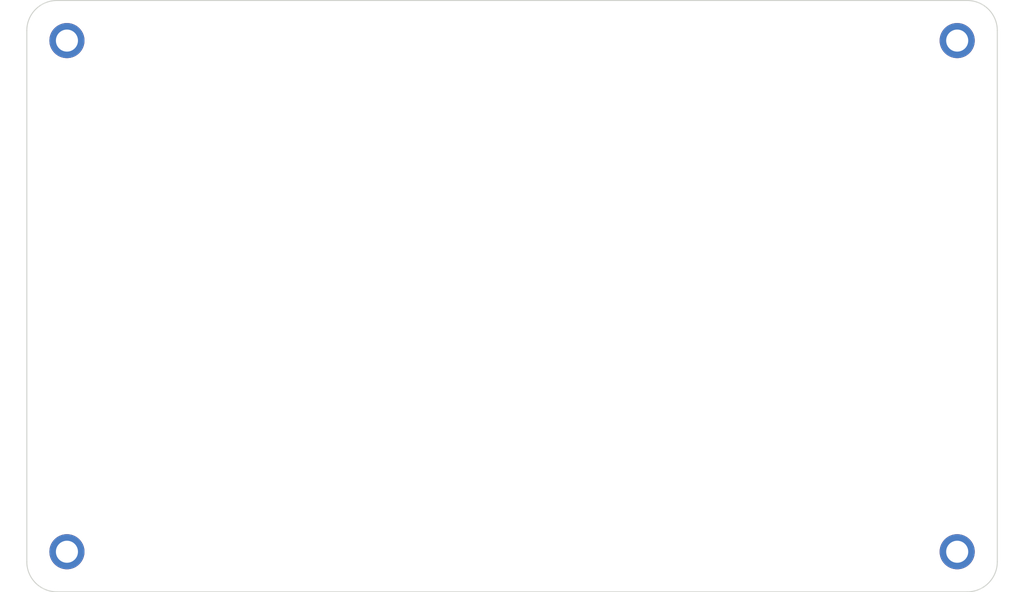
<source format=kicad_pcb>
(kicad_pcb (version 20211014) (generator pcbnew)
  (layers (0 "F.Cu" signal) (31 "B.Cu" signal) (34 "B.Paste" user) (35 "F.Paste" user) (36 "B.SilkS" user "B.Silkscreen") (37 "F.SilkS" user "F.Silkscreen") (38 "B.Mask" user) (39 "F.Mask" user) (44 "Edge.Cuts" user))
  (net 0 "")
  (footprint "MyFootprints:MountingHole_2.2mm_M2_ISO7380_Pad" (layer "F.Cu") (at 4 55)
    (fp_text reference "HS1")
    (fp_text value "MountingHoleSprt")
    (pad "" thru_hole circle (at 0 0) (size 3.5 3.5) (drill 2.2) (layers *.Cu *.Mask))
  )
  (footprint "MyFootprints:MountingHole_2.2mm_M2_ISO7380_Pad" (layer "F.Cu") (at 92.75 55)
    (fp_text reference "HS2")
    (fp_text value "MountingHoleSprt")
    (pad "" thru_hole circle (at 0 0) (size 3.5 3.5) (drill 2.2) (layers *.Cu *.Mask))
  )
  (footprint "MyFootprints:MountingHole_2.2mm_M2_ISO7380_Pad" (layer "F.Cu") (at 4 4)
    (fp_text reference "HS3")
    (fp_text value "MountingHoleSprt")
    (pad "" thru_hole circle (at 0 0) (size 3.5 3.5) (drill 2.2) (layers *.Cu *.Mask))
  )
  (footprint "MyFootprints:MountingHole_2.2mm_M2_ISO7380_Pad" (layer "F.Cu") (at 92.75 4)
    (fp_text reference "HS4")
    (fp_text value "MountingHoleSprt")
    (pad "" thru_hole circle (at 0 0) (size 3.5 3.5) (drill 2.2) (layers *.Cu *.Mask))
  )
  (gr_line (start 96.75 56) (end 96.75 3) (layer "Edge.Cuts") (width 0.1))
  (gr_arc (start 3 59) (mid 0.87868 58.12132) (end 0 56) (layer "Edge.Cuts") (width 0.1))
  (gr_arc (start 0 3) (mid 0.87868 0.87868) (end 3 0) (layer "Edge.Cuts") (width 0.1))
  (gr_line (start 0 3) (end 0 56) (layer "Edge.Cuts") (width 0.1))
  (gr_arc (start 93.75 0) (mid 95.87132 0.87868) (end 96.75 3) (layer "Edge.Cuts") (width 0.1))
  (gr_line (start 3 0) (end 93.75 0) (layer "Edge.Cuts") (width 0.1))
  (gr_line (start 3 59) (end 93.75 59) (layer "Edge.Cuts") (width 0.1))
  (gr_arc (start 96.75 56) (mid 95.87132 58.12132) (end 93.75 59) (layer "Edge.Cuts") (width 0.1))
)
</source>
